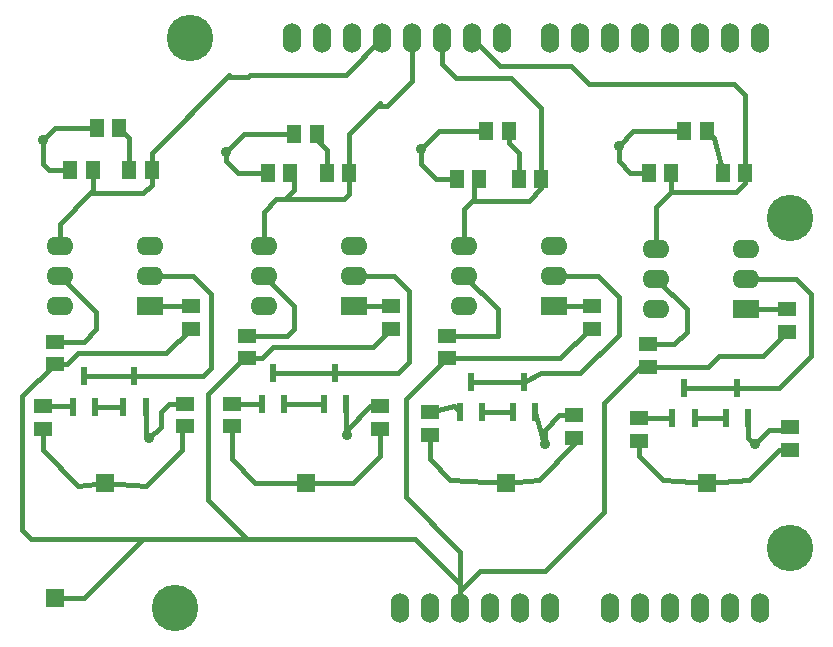
<source format=gtl>
%FSLAX34Y34*%
G04 Gerber Fmt 3.4, Leading zero omitted, Abs format*
G04 (created by PCBNEW (2014-02-26 BZR 4721)-product) date Tuesday, 26 August 2014 11:02:49*
%MOIN*%
G01*
G70*
G90*
G04 APERTURE LIST*
%ADD10C,0.005906*%
%ADD11R,0.051200X0.059000*%
%ADD12R,0.090000X0.062000*%
%ADD13O,0.090000X0.062000*%
%ADD14R,0.060000X0.060000*%
%ADD15R,0.059000X0.051200*%
%ADD16O,0.060000X0.100000*%
%ADD17C,0.155000*%
%ADD18R,0.023600X0.059085*%
%ADD19C,0.035000*%
%ADD20C,0.015748*%
G04 APERTURE END LIST*
G54D10*
G54D11*
X29902Y-28937D03*
X29152Y-28937D03*
X23308Y-28740D03*
X22558Y-28740D03*
X36300Y-28838D03*
X35550Y-28838D03*
X42894Y-28838D03*
X42144Y-28838D03*
G54D12*
X31125Y-34661D03*
G54D13*
X31125Y-33661D03*
X31125Y-32661D03*
X28125Y-32661D03*
X28125Y-33661D03*
X28125Y-34661D03*
G54D12*
X24334Y-34661D03*
G54D13*
X24334Y-33661D03*
X24334Y-32661D03*
X21334Y-32661D03*
X21334Y-33661D03*
X21334Y-34661D03*
G54D12*
X37818Y-34661D03*
G54D13*
X37818Y-33661D03*
X37818Y-32661D03*
X34818Y-32661D03*
X34818Y-33661D03*
X34818Y-34661D03*
G54D12*
X44216Y-34759D03*
G54D13*
X44216Y-33759D03*
X44216Y-32759D03*
X41216Y-32759D03*
X41216Y-33759D03*
X41216Y-34759D03*
G54D14*
X29527Y-40551D03*
X22834Y-40551D03*
X36220Y-40551D03*
X42913Y-40551D03*
G54D15*
X31988Y-38760D03*
X31988Y-38010D03*
X25492Y-38662D03*
X25492Y-37912D03*
X38484Y-39056D03*
X38484Y-38306D03*
X27066Y-37912D03*
X27066Y-38662D03*
X20767Y-38010D03*
X20767Y-38760D03*
X33661Y-38207D03*
X33661Y-38957D03*
X32381Y-34664D03*
X32381Y-35414D03*
X25688Y-34664D03*
X25688Y-35414D03*
X39074Y-34664D03*
X39074Y-35414D03*
X27559Y-35648D03*
X27559Y-36398D03*
X21161Y-35845D03*
X21161Y-36595D03*
X34251Y-35648D03*
X34251Y-36398D03*
G54D11*
X29016Y-30216D03*
X28266Y-30216D03*
X22422Y-30118D03*
X21672Y-30118D03*
X35315Y-30413D03*
X34565Y-30413D03*
X30985Y-30216D03*
X30235Y-30216D03*
X24390Y-30118D03*
X23640Y-30118D03*
X37382Y-30413D03*
X36632Y-30413D03*
G54D15*
X45669Y-39449D03*
X45669Y-38699D03*
X40649Y-38404D03*
X40649Y-39154D03*
X45570Y-34762D03*
X45570Y-35512D03*
X40944Y-35943D03*
X40944Y-36693D03*
G54D11*
X41713Y-30216D03*
X40963Y-30216D03*
X44174Y-30216D03*
X43424Y-30216D03*
G54D16*
X44686Y-44739D03*
X43686Y-44739D03*
X42686Y-44739D03*
X39686Y-44739D03*
X40686Y-44739D03*
X41686Y-44739D03*
X37686Y-44739D03*
X36686Y-44739D03*
X35686Y-44739D03*
X33686Y-44739D03*
X32686Y-44739D03*
X44686Y-25739D03*
X43686Y-25739D03*
X42686Y-25739D03*
X41686Y-25739D03*
X40686Y-25739D03*
X39686Y-25739D03*
X38686Y-25739D03*
X37686Y-25739D03*
X36086Y-25739D03*
X35086Y-25739D03*
X34086Y-25739D03*
X33086Y-25739D03*
X32086Y-25739D03*
X31086Y-25739D03*
X30086Y-25739D03*
X29086Y-25739D03*
X34686Y-44739D03*
G54D17*
X45686Y-42739D03*
X45686Y-31739D03*
X25686Y-25739D03*
X25186Y-44739D03*
G54D14*
X21161Y-44389D03*
G54D18*
X28069Y-37916D03*
X28444Y-36887D03*
X28819Y-37916D03*
X21770Y-38014D03*
X22145Y-36985D03*
X22520Y-38014D03*
X34664Y-38211D03*
X35039Y-37182D03*
X35414Y-38211D03*
X30136Y-37916D03*
X30511Y-36887D03*
X30886Y-37916D03*
X23443Y-38014D03*
X23818Y-36985D03*
X24193Y-38014D03*
X36436Y-38211D03*
X36811Y-37182D03*
X37186Y-38211D03*
X41750Y-38408D03*
X42125Y-37379D03*
X42500Y-38408D03*
X43522Y-38408D03*
X43897Y-37379D03*
X44272Y-38408D03*
G54D19*
X44488Y-39271D03*
X37500Y-39271D03*
X30905Y-38976D03*
X24311Y-39074D03*
X39960Y-29330D03*
X33366Y-29429D03*
X26870Y-29527D03*
X20767Y-29133D03*
G54D20*
X24409Y-42421D02*
X24114Y-42421D01*
X22145Y-44389D02*
X21161Y-44389D01*
X24114Y-42421D02*
X22145Y-44389D01*
X27559Y-42421D02*
X24409Y-42421D01*
X24409Y-42421D02*
X20374Y-42421D01*
X20078Y-37678D02*
X21161Y-36595D01*
X20078Y-42125D02*
X20078Y-37678D01*
X20374Y-42421D02*
X20078Y-42125D01*
X40944Y-36693D02*
X42932Y-36693D01*
X44764Y-36318D02*
X45570Y-35512D01*
X43307Y-36318D02*
X44764Y-36318D01*
X42932Y-36693D02*
X43307Y-36318D01*
X40944Y-36693D02*
X40668Y-36693D01*
X35334Y-43503D02*
X34686Y-44151D01*
X37500Y-43503D02*
X35334Y-43503D01*
X39468Y-41535D02*
X37500Y-43503D01*
X39468Y-37893D02*
X39468Y-41535D01*
X40668Y-36693D02*
X39468Y-37893D01*
X34251Y-36398D02*
X38010Y-36398D01*
X38995Y-35414D02*
X39074Y-35414D01*
X38010Y-36398D02*
X38995Y-35414D01*
X34686Y-44192D02*
X34686Y-44151D01*
X34686Y-44151D02*
X34686Y-42855D01*
X34686Y-42855D02*
X32874Y-41043D01*
X32874Y-41043D02*
X32874Y-37776D01*
X32874Y-37776D02*
X34251Y-36398D01*
X27559Y-42421D02*
X33169Y-42421D01*
X34686Y-43938D02*
X34686Y-44192D01*
X34686Y-44192D02*
X34686Y-44739D01*
X33169Y-42421D02*
X34686Y-43938D01*
X21161Y-36595D02*
X21573Y-36595D01*
X21573Y-36595D02*
X21948Y-36220D01*
X21948Y-36220D02*
X24882Y-36220D01*
X24882Y-36220D02*
X25688Y-35414D01*
X27559Y-36398D02*
X27479Y-36398D01*
X26279Y-41141D02*
X27559Y-42421D01*
X26279Y-37598D02*
X26279Y-41141D01*
X27479Y-36398D02*
X26279Y-37598D01*
X27559Y-36398D02*
X28069Y-36398D01*
X31772Y-36023D02*
X32381Y-35414D01*
X28444Y-36023D02*
X31772Y-36023D01*
X28069Y-36398D02*
X28444Y-36023D01*
X34686Y-44739D02*
X34686Y-43840D01*
X37382Y-30413D02*
X37382Y-28069D01*
X34086Y-26606D02*
X34086Y-25739D01*
X34547Y-27066D02*
X34086Y-26606D01*
X36379Y-27066D02*
X34547Y-27066D01*
X37382Y-28069D02*
X36379Y-27066D01*
X35137Y-31151D02*
X36958Y-31151D01*
X37382Y-30727D02*
X37382Y-30413D01*
X36958Y-31151D02*
X37382Y-30727D01*
X34818Y-32661D02*
X34818Y-31421D01*
X35137Y-30591D02*
X35315Y-30413D01*
X35137Y-31102D02*
X35137Y-31151D01*
X35137Y-31151D02*
X35137Y-30591D01*
X34818Y-31421D02*
X35137Y-31102D01*
X31920Y-27983D02*
X32252Y-27983D01*
X33086Y-27149D02*
X33086Y-25739D01*
X32252Y-27983D02*
X33086Y-27149D01*
X30985Y-30216D02*
X30985Y-28918D01*
X30985Y-28918D02*
X31920Y-27983D01*
X31920Y-27983D02*
X32003Y-27899D01*
X28838Y-31102D02*
X29133Y-30807D01*
X29133Y-30333D02*
X29016Y-30216D01*
X29133Y-30807D02*
X29133Y-30333D01*
X28125Y-32661D02*
X28125Y-31519D01*
X30985Y-30924D02*
X30985Y-30216D01*
X30807Y-31102D02*
X30985Y-30924D01*
X29035Y-31102D02*
X30807Y-31102D01*
X28543Y-31102D02*
X28838Y-31102D01*
X28838Y-31102D02*
X29035Y-31102D01*
X28125Y-31519D02*
X28543Y-31102D01*
X26919Y-27017D02*
X27608Y-27017D01*
X27657Y-26968D02*
X30857Y-26968D01*
X30857Y-26968D02*
X32086Y-25739D01*
X27608Y-27017D02*
X27657Y-26968D01*
X24390Y-30118D02*
X24390Y-29546D01*
X24390Y-29546D02*
X26919Y-27017D01*
X26919Y-27017D02*
X26968Y-26968D01*
X22342Y-30905D02*
X24114Y-30905D01*
X24390Y-30628D02*
X24390Y-30118D01*
X24114Y-30905D02*
X24390Y-30628D01*
X21334Y-32661D02*
X21334Y-31913D01*
X21334Y-31913D02*
X22342Y-30905D01*
X22422Y-30825D02*
X22422Y-30118D01*
X22342Y-30905D02*
X22422Y-30825D01*
X44174Y-30216D02*
X44174Y-27638D01*
X36020Y-26673D02*
X35086Y-25739D01*
X38385Y-26673D02*
X36020Y-26673D01*
X38976Y-27263D02*
X38385Y-26673D01*
X43799Y-27263D02*
X38976Y-27263D01*
X44174Y-27638D02*
X43799Y-27263D01*
X41713Y-30876D02*
X43869Y-30876D01*
X44174Y-30571D02*
X44174Y-30216D01*
X43869Y-30876D02*
X44174Y-30571D01*
X41216Y-32759D02*
X41216Y-31374D01*
X41713Y-30876D02*
X41713Y-30216D01*
X41216Y-31374D02*
X41713Y-30876D01*
X44488Y-39271D02*
X44980Y-38779D01*
X44272Y-39056D02*
X44488Y-39271D01*
X44272Y-38408D02*
X44272Y-39056D01*
X45589Y-38779D02*
X45669Y-38699D01*
X44980Y-38779D02*
X45589Y-38779D01*
X37500Y-39271D02*
X37500Y-38779D01*
X37973Y-38306D02*
X38484Y-38306D01*
X37500Y-38779D02*
X37973Y-38306D01*
X37186Y-38211D02*
X37481Y-39252D01*
X37481Y-39252D02*
X37500Y-39271D01*
X30905Y-38976D02*
X30905Y-38779D01*
X30886Y-38957D02*
X30905Y-38976D01*
X30886Y-37916D02*
X30886Y-38957D01*
X31674Y-38010D02*
X31988Y-38010D01*
X30905Y-38779D02*
X31674Y-38010D01*
X24311Y-39074D02*
X24704Y-38681D01*
X24193Y-38957D02*
X24311Y-39074D01*
X24193Y-38014D02*
X24193Y-38957D01*
X24981Y-37912D02*
X25492Y-37912D01*
X24704Y-38188D02*
X24981Y-37912D01*
X24704Y-38681D02*
X24704Y-38188D01*
X40963Y-30216D02*
X40354Y-30216D01*
X40452Y-28838D02*
X42144Y-28838D01*
X40452Y-28838D02*
X39960Y-29330D01*
X39960Y-29822D02*
X39960Y-29330D01*
X40354Y-30216D02*
X39960Y-29822D01*
X34565Y-30413D02*
X33858Y-30413D01*
X33956Y-28838D02*
X35550Y-28838D01*
X33956Y-28838D02*
X33366Y-29429D01*
X33366Y-29921D02*
X33366Y-29429D01*
X33858Y-30413D02*
X33366Y-29921D01*
X28266Y-30216D02*
X27263Y-30216D01*
X27460Y-28937D02*
X26870Y-29527D01*
X27460Y-28937D02*
X29152Y-28937D01*
X26870Y-29822D02*
X26870Y-29527D01*
X27263Y-30216D02*
X26870Y-29822D01*
X20767Y-29133D02*
X20767Y-29921D01*
X21161Y-28740D02*
X20767Y-29133D01*
X22558Y-28740D02*
X21161Y-28740D01*
X20964Y-30118D02*
X21672Y-30118D01*
X20767Y-29921D02*
X20964Y-30118D01*
X30235Y-30216D02*
X30235Y-29447D01*
X29902Y-29115D02*
X29902Y-28937D01*
X30235Y-29447D02*
X29902Y-29115D01*
X23640Y-30118D02*
X23640Y-29072D01*
X23640Y-29072D02*
X23308Y-28740D01*
X36632Y-30413D02*
X36632Y-29546D01*
X36300Y-29213D02*
X36300Y-28838D01*
X36632Y-29546D02*
X36300Y-29213D01*
X43424Y-30216D02*
X43128Y-29072D01*
X43128Y-29072D02*
X42894Y-28838D01*
X32381Y-34664D02*
X31128Y-34664D01*
X31128Y-34664D02*
X31125Y-34661D01*
X32480Y-36887D02*
X32601Y-36887D01*
X32480Y-33661D02*
X31125Y-33661D01*
X32972Y-34153D02*
X32480Y-33661D01*
X32972Y-36515D02*
X32972Y-34153D01*
X32601Y-36887D02*
X32972Y-36515D01*
X30511Y-36887D02*
X32480Y-36887D01*
X32480Y-36887D02*
X32502Y-36887D01*
X28444Y-36887D02*
X30511Y-36887D01*
X27559Y-35648D02*
X28918Y-35648D01*
X29133Y-34669D02*
X28125Y-33661D01*
X29133Y-35433D02*
X29133Y-34669D01*
X28918Y-35648D02*
X29133Y-35433D01*
X25688Y-34664D02*
X24337Y-34664D01*
X24337Y-34664D02*
X24334Y-34661D01*
X23818Y-36985D02*
X26104Y-36985D01*
X25787Y-33661D02*
X24334Y-33661D01*
X26377Y-34251D02*
X25787Y-33661D01*
X26377Y-36712D02*
X26377Y-34251D01*
X26104Y-36985D02*
X26377Y-36712D01*
X22145Y-36985D02*
X23818Y-36985D01*
X21161Y-35845D02*
X22126Y-35845D01*
X22539Y-34866D02*
X21334Y-33661D01*
X22539Y-35433D02*
X22539Y-34866D01*
X22126Y-35845D02*
X22539Y-35433D01*
X39074Y-34664D02*
X37821Y-34664D01*
X37821Y-34664D02*
X37818Y-34661D01*
X35039Y-37182D02*
X36811Y-37182D01*
X36811Y-37182D02*
X37379Y-36909D01*
X37379Y-36909D02*
X38681Y-36909D01*
X38681Y-36909D02*
X39960Y-35629D01*
X39960Y-35629D02*
X39960Y-34350D01*
X39960Y-34350D02*
X39271Y-33661D01*
X39271Y-33661D02*
X37818Y-33661D01*
X34251Y-35648D02*
X35943Y-35648D01*
X35925Y-34767D02*
X34818Y-33661D01*
X35925Y-35629D02*
X35925Y-34767D01*
X35943Y-35648D02*
X35925Y-35629D01*
X45570Y-34762D02*
X44219Y-34762D01*
X44219Y-34762D02*
X44216Y-34759D01*
X43897Y-37379D02*
X45297Y-37379D01*
X45866Y-33759D02*
X44216Y-33759D01*
X46358Y-34251D02*
X45866Y-33759D01*
X46358Y-36318D02*
X46358Y-34251D01*
X45297Y-37379D02*
X46358Y-36318D01*
X42125Y-37379D02*
X43897Y-37379D01*
X40944Y-35943D02*
X41812Y-35943D01*
X42224Y-34767D02*
X41216Y-33759D01*
X42224Y-35531D02*
X42224Y-34767D01*
X41812Y-35943D02*
X42224Y-35531D01*
X29527Y-40551D02*
X31102Y-40551D01*
X31988Y-39665D02*
X31988Y-38760D01*
X31102Y-40551D02*
X31988Y-39665D01*
X29527Y-40551D02*
X27854Y-40551D01*
X27066Y-39763D02*
X27066Y-38662D01*
X27854Y-40551D02*
X27066Y-39763D01*
X22834Y-40551D02*
X24212Y-40649D01*
X25393Y-38760D02*
X25492Y-38662D01*
X25393Y-39468D02*
X25393Y-38760D01*
X24212Y-40649D02*
X25393Y-39468D01*
X22834Y-40551D02*
X21948Y-40649D01*
X20767Y-39468D02*
X20767Y-38760D01*
X21948Y-40649D02*
X20767Y-39468D01*
X36220Y-40551D02*
X37303Y-40452D01*
X38484Y-39271D02*
X38484Y-39056D01*
X37303Y-40452D02*
X38484Y-39271D01*
X36220Y-40551D02*
X34350Y-40452D01*
X33661Y-39763D02*
X33661Y-38957D01*
X34350Y-40452D02*
X33661Y-39763D01*
X42913Y-40551D02*
X44291Y-40452D01*
X45294Y-39449D02*
X45669Y-39449D01*
X44291Y-40452D02*
X45294Y-39449D01*
X42913Y-40551D02*
X41437Y-40452D01*
X40649Y-39665D02*
X40649Y-39154D01*
X41437Y-40452D02*
X40649Y-39665D01*
X28819Y-37916D02*
X30136Y-37916D01*
X27066Y-37912D02*
X28066Y-37912D01*
X28066Y-37912D02*
X28069Y-37916D01*
X22520Y-38014D02*
X23443Y-38014D01*
X20767Y-38010D02*
X21767Y-38010D01*
X21767Y-38010D02*
X21770Y-38014D01*
X35414Y-38211D02*
X36436Y-38211D01*
X33661Y-38207D02*
X34463Y-38010D01*
X34463Y-38010D02*
X34664Y-38211D01*
X42500Y-38408D02*
X43522Y-38408D01*
X40649Y-38404D02*
X41747Y-38404D01*
X41747Y-38404D02*
X41750Y-38408D01*
M02*

</source>
